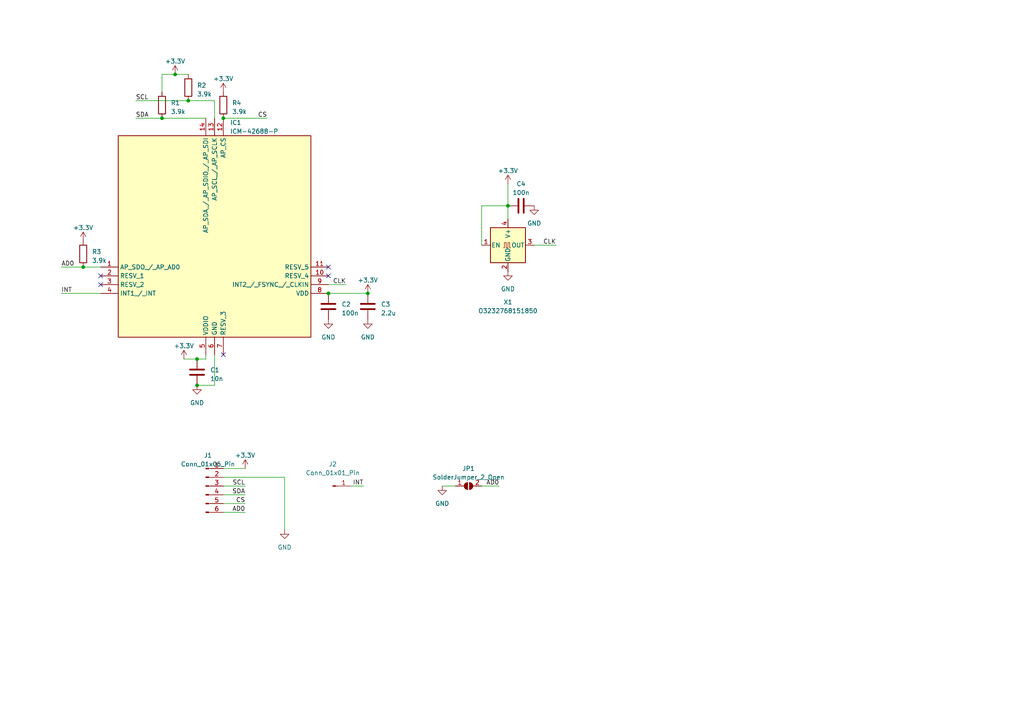
<source format=kicad_sch>
(kicad_sch
	(version 20231120)
	(generator "eeschema")
	(generator_version "8.0")
	(uuid "ce93d87a-8e58-42f0-b741-4f879a7da444")
	(paper "A4")
	(lib_symbols
		(symbol "Connector:Conn_01x01_Pin"
			(pin_names
				(offset 1.016) hide)
			(exclude_from_sim no)
			(in_bom yes)
			(on_board yes)
			(property "Reference" "J"
				(at 0 2.54 0)
				(effects
					(font
						(size 1.27 1.27)
					)
				)
			)
			(property "Value" "Conn_01x01_Pin"
				(at 0 -2.54 0)
				(effects
					(font
						(size 1.27 1.27)
					)
				)
			)
			(property "Footprint" ""
				(at 0 0 0)
				(effects
					(font
						(size 1.27 1.27)
					)
					(hide yes)
				)
			)
			(property "Datasheet" "~"
				(at 0 0 0)
				(effects
					(font
						(size 1.27 1.27)
					)
					(hide yes)
				)
			)
			(property "Description" "Generic connector, single row, 01x01, script generated"
				(at 0 0 0)
				(effects
					(font
						(size 1.27 1.27)
					)
					(hide yes)
				)
			)
			(property "ki_locked" ""
				(at 0 0 0)
				(effects
					(font
						(size 1.27 1.27)
					)
				)
			)
			(property "ki_keywords" "connector"
				(at 0 0 0)
				(effects
					(font
						(size 1.27 1.27)
					)
					(hide yes)
				)
			)
			(property "ki_fp_filters" "Connector*:*_1x??_*"
				(at 0 0 0)
				(effects
					(font
						(size 1.27 1.27)
					)
					(hide yes)
				)
			)
			(symbol "Conn_01x01_Pin_1_1"
				(polyline
					(pts
						(xy 1.27 0) (xy 0.8636 0)
					)
					(stroke
						(width 0.1524)
						(type default)
					)
					(fill
						(type none)
					)
				)
				(rectangle
					(start 0.8636 0.127)
					(end 0 -0.127)
					(stroke
						(width 0.1524)
						(type default)
					)
					(fill
						(type outline)
					)
				)
				(pin passive line
					(at 5.08 0 180)
					(length 3.81)
					(name "Pin_1"
						(effects
							(font
								(size 1.27 1.27)
							)
						)
					)
					(number "1"
						(effects
							(font
								(size 1.27 1.27)
							)
						)
					)
				)
			)
		)
		(symbol "Connector:Conn_01x06_Pin"
			(pin_names
				(offset 1.016) hide)
			(exclude_from_sim no)
			(in_bom yes)
			(on_board yes)
			(property "Reference" "J"
				(at 0 7.62 0)
				(effects
					(font
						(size 1.27 1.27)
					)
				)
			)
			(property "Value" "Conn_01x06_Pin"
				(at 0 -10.16 0)
				(effects
					(font
						(size 1.27 1.27)
					)
				)
			)
			(property "Footprint" ""
				(at 0 0 0)
				(effects
					(font
						(size 1.27 1.27)
					)
					(hide yes)
				)
			)
			(property "Datasheet" "~"
				(at 0 0 0)
				(effects
					(font
						(size 1.27 1.27)
					)
					(hide yes)
				)
			)
			(property "Description" "Generic connector, single row, 01x06, script generated"
				(at 0 0 0)
				(effects
					(font
						(size 1.27 1.27)
					)
					(hide yes)
				)
			)
			(property "ki_locked" ""
				(at 0 0 0)
				(effects
					(font
						(size 1.27 1.27)
					)
				)
			)
			(property "ki_keywords" "connector"
				(at 0 0 0)
				(effects
					(font
						(size 1.27 1.27)
					)
					(hide yes)
				)
			)
			(property "ki_fp_filters" "Connector*:*_1x??_*"
				(at 0 0 0)
				(effects
					(font
						(size 1.27 1.27)
					)
					(hide yes)
				)
			)
			(symbol "Conn_01x06_Pin_1_1"
				(polyline
					(pts
						(xy 1.27 -7.62) (xy 0.8636 -7.62)
					)
					(stroke
						(width 0.1524)
						(type default)
					)
					(fill
						(type none)
					)
				)
				(polyline
					(pts
						(xy 1.27 -5.08) (xy 0.8636 -5.08)
					)
					(stroke
						(width 0.1524)
						(type default)
					)
					(fill
						(type none)
					)
				)
				(polyline
					(pts
						(xy 1.27 -2.54) (xy 0.8636 -2.54)
					)
					(stroke
						(width 0.1524)
						(type default)
					)
					(fill
						(type none)
					)
				)
				(polyline
					(pts
						(xy 1.27 0) (xy 0.8636 0)
					)
					(stroke
						(width 0.1524)
						(type default)
					)
					(fill
						(type none)
					)
				)
				(polyline
					(pts
						(xy 1.27 2.54) (xy 0.8636 2.54)
					)
					(stroke
						(width 0.1524)
						(type default)
					)
					(fill
						(type none)
					)
				)
				(polyline
					(pts
						(xy 1.27 5.08) (xy 0.8636 5.08)
					)
					(stroke
						(width 0.1524)
						(type default)
					)
					(fill
						(type none)
					)
				)
				(rectangle
					(start 0.8636 -7.493)
					(end 0 -7.747)
					(stroke
						(width 0.1524)
						(type default)
					)
					(fill
						(type outline)
					)
				)
				(rectangle
					(start 0.8636 -4.953)
					(end 0 -5.207)
					(stroke
						(width 0.1524)
						(type default)
					)
					(fill
						(type outline)
					)
				)
				(rectangle
					(start 0.8636 -2.413)
					(end 0 -2.667)
					(stroke
						(width 0.1524)
						(type default)
					)
					(fill
						(type outline)
					)
				)
				(rectangle
					(start 0.8636 0.127)
					(end 0 -0.127)
					(stroke
						(width 0.1524)
						(type default)
					)
					(fill
						(type outline)
					)
				)
				(rectangle
					(start 0.8636 2.667)
					(end 0 2.413)
					(stroke
						(width 0.1524)
						(type default)
					)
					(fill
						(type outline)
					)
				)
				(rectangle
					(start 0.8636 5.207)
					(end 0 4.953)
					(stroke
						(width 0.1524)
						(type default)
					)
					(fill
						(type outline)
					)
				)
				(pin passive line
					(at 5.08 5.08 180)
					(length 3.81)
					(name "Pin_1"
						(effects
							(font
								(size 1.27 1.27)
							)
						)
					)
					(number "1"
						(effects
							(font
								(size 1.27 1.27)
							)
						)
					)
				)
				(pin passive line
					(at 5.08 2.54 180)
					(length 3.81)
					(name "Pin_2"
						(effects
							(font
								(size 1.27 1.27)
							)
						)
					)
					(number "2"
						(effects
							(font
								(size 1.27 1.27)
							)
						)
					)
				)
				(pin passive line
					(at 5.08 0 180)
					(length 3.81)
					(name "Pin_3"
						(effects
							(font
								(size 1.27 1.27)
							)
						)
					)
					(number "3"
						(effects
							(font
								(size 1.27 1.27)
							)
						)
					)
				)
				(pin passive line
					(at 5.08 -2.54 180)
					(length 3.81)
					(name "Pin_4"
						(effects
							(font
								(size 1.27 1.27)
							)
						)
					)
					(number "4"
						(effects
							(font
								(size 1.27 1.27)
							)
						)
					)
				)
				(pin passive line
					(at 5.08 -5.08 180)
					(length 3.81)
					(name "Pin_5"
						(effects
							(font
								(size 1.27 1.27)
							)
						)
					)
					(number "5"
						(effects
							(font
								(size 1.27 1.27)
							)
						)
					)
				)
				(pin passive line
					(at 5.08 -7.62 180)
					(length 3.81)
					(name "Pin_6"
						(effects
							(font
								(size 1.27 1.27)
							)
						)
					)
					(number "6"
						(effects
							(font
								(size 1.27 1.27)
							)
						)
					)
				)
			)
		)
		(symbol "Device:C"
			(pin_numbers hide)
			(pin_names
				(offset 0.254)
			)
			(exclude_from_sim no)
			(in_bom yes)
			(on_board yes)
			(property "Reference" "C"
				(at 0.635 2.54 0)
				(effects
					(font
						(size 1.27 1.27)
					)
					(justify left)
				)
			)
			(property "Value" "C"
				(at 0.635 -2.54 0)
				(effects
					(font
						(size 1.27 1.27)
					)
					(justify left)
				)
			)
			(property "Footprint" ""
				(at 0.9652 -3.81 0)
				(effects
					(font
						(size 1.27 1.27)
					)
					(hide yes)
				)
			)
			(property "Datasheet" "~"
				(at 0 0 0)
				(effects
					(font
						(size 1.27 1.27)
					)
					(hide yes)
				)
			)
			(property "Description" "Unpolarized capacitor"
				(at 0 0 0)
				(effects
					(font
						(size 1.27 1.27)
					)
					(hide yes)
				)
			)
			(property "ki_keywords" "cap capacitor"
				(at 0 0 0)
				(effects
					(font
						(size 1.27 1.27)
					)
					(hide yes)
				)
			)
			(property "ki_fp_filters" "C_*"
				(at 0 0 0)
				(effects
					(font
						(size 1.27 1.27)
					)
					(hide yes)
				)
			)
			(symbol "C_0_1"
				(polyline
					(pts
						(xy -2.032 -0.762) (xy 2.032 -0.762)
					)
					(stroke
						(width 0.508)
						(type default)
					)
					(fill
						(type none)
					)
				)
				(polyline
					(pts
						(xy -2.032 0.762) (xy 2.032 0.762)
					)
					(stroke
						(width 0.508)
						(type default)
					)
					(fill
						(type none)
					)
				)
			)
			(symbol "C_1_1"
				(pin passive line
					(at 0 3.81 270)
					(length 2.794)
					(name "~"
						(effects
							(font
								(size 1.27 1.27)
							)
						)
					)
					(number "1"
						(effects
							(font
								(size 1.27 1.27)
							)
						)
					)
				)
				(pin passive line
					(at 0 -3.81 90)
					(length 2.794)
					(name "~"
						(effects
							(font
								(size 1.27 1.27)
							)
						)
					)
					(number "2"
						(effects
							(font
								(size 1.27 1.27)
							)
						)
					)
				)
			)
		)
		(symbol "Device:R"
			(pin_numbers hide)
			(pin_names
				(offset 0)
			)
			(exclude_from_sim no)
			(in_bom yes)
			(on_board yes)
			(property "Reference" "R"
				(at 2.032 0 90)
				(effects
					(font
						(size 1.27 1.27)
					)
				)
			)
			(property "Value" "R"
				(at 0 0 90)
				(effects
					(font
						(size 1.27 1.27)
					)
				)
			)
			(property "Footprint" ""
				(at -1.778 0 90)
				(effects
					(font
						(size 1.27 1.27)
					)
					(hide yes)
				)
			)
			(property "Datasheet" "~"
				(at 0 0 0)
				(effects
					(font
						(size 1.27 1.27)
					)
					(hide yes)
				)
			)
			(property "Description" "Resistor"
				(at 0 0 0)
				(effects
					(font
						(size 1.27 1.27)
					)
					(hide yes)
				)
			)
			(property "ki_keywords" "R res resistor"
				(at 0 0 0)
				(effects
					(font
						(size 1.27 1.27)
					)
					(hide yes)
				)
			)
			(property "ki_fp_filters" "R_*"
				(at 0 0 0)
				(effects
					(font
						(size 1.27 1.27)
					)
					(hide yes)
				)
			)
			(symbol "R_0_1"
				(rectangle
					(start -1.016 -2.54)
					(end 1.016 2.54)
					(stroke
						(width 0.254)
						(type default)
					)
					(fill
						(type none)
					)
				)
			)
			(symbol "R_1_1"
				(pin passive line
					(at 0 3.81 270)
					(length 1.27)
					(name "~"
						(effects
							(font
								(size 1.27 1.27)
							)
						)
					)
					(number "1"
						(effects
							(font
								(size 1.27 1.27)
							)
						)
					)
				)
				(pin passive line
					(at 0 -3.81 90)
					(length 1.27)
					(name "~"
						(effects
							(font
								(size 1.27 1.27)
							)
						)
					)
					(number "2"
						(effects
							(font
								(size 1.27 1.27)
							)
						)
					)
				)
			)
		)
		(symbol "ICM-42688-P:ICM-42688-P"
			(exclude_from_sim no)
			(in_bom yes)
			(on_board yes)
			(property "Reference" "IC"
				(at 62.23 43.18 0)
				(effects
					(font
						(size 1.27 1.27)
					)
					(justify left top)
				)
			)
			(property "Value" "ICM-42688-P"
				(at 62.23 40.64 0)
				(effects
					(font
						(size 1.27 1.27)
					)
					(justify left top)
				)
			)
			(property "Footprint" "IIM42352"
				(at 62.23 -59.36 0)
				(effects
					(font
						(size 1.27 1.27)
					)
					(justify left top)
					(hide yes)
				)
			)
			(property "Datasheet" "https://3cfeqx1hf82y3xcoull08ihx-wpengine.netdna-ssl.com/wp-content/uploads/2021/06/DS-000347-ICM-42688-P-v1.5.pdf"
				(at 62.23 -159.36 0)
				(effects
					(font
						(size 1.27 1.27)
					)
					(justify left top)
					(hide yes)
				)
			)
			(property "Description" "IMU (Inertial Measurement Unit), 6-Axis, Accelerometer, Gyroscope"
				(at 0 0 0)
				(effects
					(font
						(size 1.27 1.27)
					)
					(hide yes)
				)
			)
			(property "Height" ""
				(at 62.23 -359.36 0)
				(effects
					(font
						(size 1.27 1.27)
					)
					(justify left top)
					(hide yes)
				)
			)
			(property "Mouser Part Number" "410-ICM-42688-P"
				(at 62.23 -459.36 0)
				(effects
					(font
						(size 1.27 1.27)
					)
					(justify left top)
					(hide yes)
				)
			)
			(property "Mouser Price/Stock" "https://www.mouser.co.uk/ProductDetail/TDK-InvenSense/ICM-42688-P?qs=OlC7AqGiEDk8QrNAV728zw%3D%3D"
				(at 62.23 -559.36 0)
				(effects
					(font
						(size 1.27 1.27)
					)
					(justify left top)
					(hide yes)
				)
			)
			(property "Manufacturer_Name" "TDK"
				(at 62.23 -659.36 0)
				(effects
					(font
						(size 1.27 1.27)
					)
					(justify left top)
					(hide yes)
				)
			)
			(property "Manufacturer_Part_Number" "ICM-42688-P"
				(at 62.23 -759.36 0)
				(effects
					(font
						(size 1.27 1.27)
					)
					(justify left top)
					(hide yes)
				)
			)
			(symbol "ICM-42688-P_1_1"
				(rectangle
					(start 5.08 38.1)
					(end 60.96 -20.32)
					(stroke
						(width 0.254)
						(type default)
					)
					(fill
						(type background)
					)
				)
				(pin passive line
					(at 0 0 0)
					(length 5.08)
					(name "AP_SDO_/_AP_AD0"
						(effects
							(font
								(size 1.27 1.27)
							)
						)
					)
					(number "1"
						(effects
							(font
								(size 1.27 1.27)
							)
						)
					)
				)
				(pin passive line
					(at 66.04 -2.54 180)
					(length 5.08)
					(name "RESV_4"
						(effects
							(font
								(size 1.27 1.27)
							)
						)
					)
					(number "10"
						(effects
							(font
								(size 1.27 1.27)
							)
						)
					)
				)
				(pin passive line
					(at 66.04 0 180)
					(length 5.08)
					(name "RESV_5"
						(effects
							(font
								(size 1.27 1.27)
							)
						)
					)
					(number "11"
						(effects
							(font
								(size 1.27 1.27)
							)
						)
					)
				)
				(pin passive line
					(at 35.56 43.18 270)
					(length 5.08)
					(name "AP_CS"
						(effects
							(font
								(size 1.27 1.27)
							)
						)
					)
					(number "12"
						(effects
							(font
								(size 1.27 1.27)
							)
						)
					)
				)
				(pin passive line
					(at 33.02 43.18 270)
					(length 5.08)
					(name "AP_SCL_/_AP_SCLK"
						(effects
							(font
								(size 1.27 1.27)
							)
						)
					)
					(number "13"
						(effects
							(font
								(size 1.27 1.27)
							)
						)
					)
				)
				(pin passive line
					(at 30.48 43.18 270)
					(length 5.08)
					(name "AP_SDA_/_AP_SDIO_/_AP_SDI"
						(effects
							(font
								(size 1.27 1.27)
							)
						)
					)
					(number "14"
						(effects
							(font
								(size 1.27 1.27)
							)
						)
					)
				)
				(pin passive line
					(at 0 -2.54 0)
					(length 5.08)
					(name "RESV_1"
						(effects
							(font
								(size 1.27 1.27)
							)
						)
					)
					(number "2"
						(effects
							(font
								(size 1.27 1.27)
							)
						)
					)
				)
				(pin passive line
					(at 0 -5.08 0)
					(length 5.08)
					(name "RESV_2"
						(effects
							(font
								(size 1.27 1.27)
							)
						)
					)
					(number "3"
						(effects
							(font
								(size 1.27 1.27)
							)
						)
					)
				)
				(pin passive line
					(at 0 -7.62 0)
					(length 5.08)
					(name "INT1_/_INT"
						(effects
							(font
								(size 1.27 1.27)
							)
						)
					)
					(number "4"
						(effects
							(font
								(size 1.27 1.27)
							)
						)
					)
				)
				(pin passive line
					(at 30.48 -25.4 90)
					(length 5.08)
					(name "VDDIO"
						(effects
							(font
								(size 1.27 1.27)
							)
						)
					)
					(number "5"
						(effects
							(font
								(size 1.27 1.27)
							)
						)
					)
				)
				(pin passive line
					(at 33.02 -25.4 90)
					(length 5.08)
					(name "GND"
						(effects
							(font
								(size 1.27 1.27)
							)
						)
					)
					(number "6"
						(effects
							(font
								(size 1.27 1.27)
							)
						)
					)
				)
				(pin passive line
					(at 35.56 -25.4 90)
					(length 5.08)
					(name "RESV_3"
						(effects
							(font
								(size 1.27 1.27)
							)
						)
					)
					(number "7"
						(effects
							(font
								(size 1.27 1.27)
							)
						)
					)
				)
				(pin passive line
					(at 66.04 -7.62 180)
					(length 5.08)
					(name "VDD"
						(effects
							(font
								(size 1.27 1.27)
							)
						)
					)
					(number "8"
						(effects
							(font
								(size 1.27 1.27)
							)
						)
					)
				)
				(pin passive line
					(at 66.04 -5.08 180)
					(length 5.08)
					(name "INT2_/_FSYNC_/_CLKIN"
						(effects
							(font
								(size 1.27 1.27)
							)
						)
					)
					(number "9"
						(effects
							(font
								(size 1.27 1.27)
							)
						)
					)
				)
			)
		)
		(symbol "Jumper:SolderJumper_2_Open"
			(pin_names
				(offset 0) hide)
			(exclude_from_sim no)
			(in_bom yes)
			(on_board yes)
			(property "Reference" "JP"
				(at 0 2.032 0)
				(effects
					(font
						(size 1.27 1.27)
					)
				)
			)
			(property "Value" "SolderJumper_2_Open"
				(at 0 -2.54 0)
				(effects
					(font
						(size 1.27 1.27)
					)
				)
			)
			(property "Footprint" ""
				(at 0 0 0)
				(effects
					(font
						(size 1.27 1.27)
					)
					(hide yes)
				)
			)
			(property "Datasheet" "~"
				(at 0 0 0)
				(effects
					(font
						(size 1.27 1.27)
					)
					(hide yes)
				)
			)
			(property "Description" "Solder Jumper, 2-pole, open"
				(at 0 0 0)
				(effects
					(font
						(size 1.27 1.27)
					)
					(hide yes)
				)
			)
			(property "ki_keywords" "solder jumper SPST"
				(at 0 0 0)
				(effects
					(font
						(size 1.27 1.27)
					)
					(hide yes)
				)
			)
			(property "ki_fp_filters" "SolderJumper*Open*"
				(at 0 0 0)
				(effects
					(font
						(size 1.27 1.27)
					)
					(hide yes)
				)
			)
			(symbol "SolderJumper_2_Open_0_1"
				(arc
					(start -0.254 1.016)
					(mid -1.2656 0)
					(end -0.254 -1.016)
					(stroke
						(width 0)
						(type default)
					)
					(fill
						(type none)
					)
				)
				(arc
					(start -0.254 1.016)
					(mid -1.2656 0)
					(end -0.254 -1.016)
					(stroke
						(width 0)
						(type default)
					)
					(fill
						(type outline)
					)
				)
				(polyline
					(pts
						(xy -0.254 1.016) (xy -0.254 -1.016)
					)
					(stroke
						(width 0)
						(type default)
					)
					(fill
						(type none)
					)
				)
				(polyline
					(pts
						(xy 0.254 1.016) (xy 0.254 -1.016)
					)
					(stroke
						(width 0)
						(type default)
					)
					(fill
						(type none)
					)
				)
				(arc
					(start 0.254 -1.016)
					(mid 1.2656 0)
					(end 0.254 1.016)
					(stroke
						(width 0)
						(type default)
					)
					(fill
						(type none)
					)
				)
				(arc
					(start 0.254 -1.016)
					(mid 1.2656 0)
					(end 0.254 1.016)
					(stroke
						(width 0)
						(type default)
					)
					(fill
						(type outline)
					)
				)
			)
			(symbol "SolderJumper_2_Open_1_1"
				(pin passive line
					(at -3.81 0 0)
					(length 2.54)
					(name "A"
						(effects
							(font
								(size 1.27 1.27)
							)
						)
					)
					(number "1"
						(effects
							(font
								(size 1.27 1.27)
							)
						)
					)
				)
				(pin passive line
					(at 3.81 0 180)
					(length 2.54)
					(name "B"
						(effects
							(font
								(size 1.27 1.27)
							)
						)
					)
					(number "2"
						(effects
							(font
								(size 1.27 1.27)
							)
						)
					)
				)
			)
		)
		(symbol "Oscillator:XO32"
			(pin_names
				(offset 0.254)
			)
			(exclude_from_sim no)
			(in_bom yes)
			(on_board yes)
			(property "Reference" "X"
				(at -5.08 6.35 0)
				(effects
					(font
						(size 1.27 1.27)
					)
					(justify left)
				)
			)
			(property "Value" "XO32"
				(at 1.27 -6.35 0)
				(effects
					(font
						(size 1.27 1.27)
					)
					(justify left)
				)
			)
			(property "Footprint" "Oscillator:Oscillator_SMD_EuroQuartz_XO32-4Pin_3.2x2.5mm"
				(at 17.78 -8.89 0)
				(effects
					(font
						(size 1.27 1.27)
					)
					(hide yes)
				)
			)
			(property "Datasheet" "http://cdn-reichelt.de/documents/datenblatt/B400/XO32.pdf"
				(at -2.54 0 0)
				(effects
					(font
						(size 1.27 1.27)
					)
					(hide yes)
				)
			)
			(property "Description" "HCMOS Clock Oscillator"
				(at 0 0 0)
				(effects
					(font
						(size 1.27 1.27)
					)
					(hide yes)
				)
			)
			(property "ki_keywords" "Crystal Clock Oscillator"
				(at 0 0 0)
				(effects
					(font
						(size 1.27 1.27)
					)
					(hide yes)
				)
			)
			(property "ki_fp_filters" "Oscillator*SMD*EuroQuartz*XO32*3.2x2.5mm*"
				(at 0 0 0)
				(effects
					(font
						(size 1.27 1.27)
					)
					(hide yes)
				)
			)
			(symbol "XO32_0_1"
				(rectangle
					(start -5.08 5.08)
					(end 5.08 -5.08)
					(stroke
						(width 0.254)
						(type default)
					)
					(fill
						(type background)
					)
				)
				(polyline
					(pts
						(xy -1.27 -0.762) (xy -1.016 -0.762) (xy -1.016 0.762) (xy -0.508 0.762) (xy -0.508 -0.762) (xy 0 -0.762)
						(xy 0 0.762) (xy 0.508 0.762) (xy 0.508 -0.762) (xy 0.762 -0.762)
					)
					(stroke
						(width 0)
						(type default)
					)
					(fill
						(type none)
					)
				)
			)
			(symbol "XO32_1_1"
				(pin input line
					(at -7.62 0 0)
					(length 2.54)
					(name "EN"
						(effects
							(font
								(size 1.27 1.27)
							)
						)
					)
					(number "1"
						(effects
							(font
								(size 1.27 1.27)
							)
						)
					)
				)
				(pin power_in line
					(at 0 -7.62 90)
					(length 2.54)
					(name "GND"
						(effects
							(font
								(size 1.27 1.27)
							)
						)
					)
					(number "2"
						(effects
							(font
								(size 1.27 1.27)
							)
						)
					)
				)
				(pin output line
					(at 7.62 0 180)
					(length 2.54)
					(name "OUT"
						(effects
							(font
								(size 1.27 1.27)
							)
						)
					)
					(number "3"
						(effects
							(font
								(size 1.27 1.27)
							)
						)
					)
				)
				(pin power_in line
					(at 0 7.62 270)
					(length 2.54)
					(name "V+"
						(effects
							(font
								(size 1.27 1.27)
							)
						)
					)
					(number "4"
						(effects
							(font
								(size 1.27 1.27)
							)
						)
					)
				)
			)
		)
		(symbol "power:+3.3V"
			(power)
			(pin_names
				(offset 0)
			)
			(exclude_from_sim no)
			(in_bom yes)
			(on_board yes)
			(property "Reference" "#PWR"
				(at 0 -3.81 0)
				(effects
					(font
						(size 1.27 1.27)
					)
					(hide yes)
				)
			)
			(property "Value" "+3.3V"
				(at 0 3.556 0)
				(effects
					(font
						(size 1.27 1.27)
					)
				)
			)
			(property "Footprint" ""
				(at 0 0 0)
				(effects
					(font
						(size 1.27 1.27)
					)
					(hide yes)
				)
			)
			(property "Datasheet" ""
				(at 0 0 0)
				(effects
					(font
						(size 1.27 1.27)
					)
					(hide yes)
				)
			)
			(property "Description" "Power symbol creates a global label with name \"+3.3V\""
				(at 0 0 0)
				(effects
					(font
						(size 1.27 1.27)
					)
					(hide yes)
				)
			)
			(property "ki_keywords" "global power"
				(at 0 0 0)
				(effects
					(font
						(size 1.27 1.27)
					)
					(hide yes)
				)
			)
			(symbol "+3.3V_0_1"
				(polyline
					(pts
						(xy -0.762 1.27) (xy 0 2.54)
					)
					(stroke
						(width 0)
						(type default)
					)
					(fill
						(type none)
					)
				)
				(polyline
					(pts
						(xy 0 0) (xy 0 2.54)
					)
					(stroke
						(width 0)
						(type default)
					)
					(fill
						(type none)
					)
				)
				(polyline
					(pts
						(xy 0 2.54) (xy 0.762 1.27)
					)
					(stroke
						(width 0)
						(type default)
					)
					(fill
						(type none)
					)
				)
			)
			(symbol "+3.3V_1_1"
				(pin power_in line
					(at 0 0 90)
					(length 0) hide
					(name "+3.3V"
						(effects
							(font
								(size 1.27 1.27)
							)
						)
					)
					(number "1"
						(effects
							(font
								(size 1.27 1.27)
							)
						)
					)
				)
			)
		)
		(symbol "power:GND"
			(power)
			(pin_names
				(offset 0)
			)
			(exclude_from_sim no)
			(in_bom yes)
			(on_board yes)
			(property "Reference" "#PWR"
				(at 0 -6.35 0)
				(effects
					(font
						(size 1.27 1.27)
					)
					(hide yes)
				)
			)
			(property "Value" "GND"
				(at 0 -3.81 0)
				(effects
					(font
						(size 1.27 1.27)
					)
				)
			)
			(property "Footprint" ""
				(at 0 0 0)
				(effects
					(font
						(size 1.27 1.27)
					)
					(hide yes)
				)
			)
			(property "Datasheet" ""
				(at 0 0 0)
				(effects
					(font
						(size 1.27 1.27)
					)
					(hide yes)
				)
			)
			(property "Description" "Power symbol creates a global label with name \"GND\" , ground"
				(at 0 0 0)
				(effects
					(font
						(size 1.27 1.27)
					)
					(hide yes)
				)
			)
			(property "ki_keywords" "global power"
				(at 0 0 0)
				(effects
					(font
						(size 1.27 1.27)
					)
					(hide yes)
				)
			)
			(symbol "GND_0_1"
				(polyline
					(pts
						(xy 0 0) (xy 0 -1.27) (xy 1.27 -1.27) (xy 0 -2.54) (xy -1.27 -1.27) (xy 0 -1.27)
					)
					(stroke
						(width 0)
						(type default)
					)
					(fill
						(type none)
					)
				)
			)
			(symbol "GND_1_1"
				(pin power_in line
					(at 0 0 270)
					(length 0) hide
					(name "GND"
						(effects
							(font
								(size 1.27 1.27)
							)
						)
					)
					(number "1"
						(effects
							(font
								(size 1.27 1.27)
							)
						)
					)
				)
			)
		)
	)
	(junction
		(at 57.15 104.14)
		(diameter 0)
		(color 0 0 0 0)
		(uuid "237fb6cb-597d-47b5-bfaa-4a63b6bce550")
	)
	(junction
		(at 64.77 34.29)
		(diameter 0)
		(color 0 0 0 0)
		(uuid "5f173784-9836-4da9-8835-65792ef8d80d")
	)
	(junction
		(at 50.8 21.59)
		(diameter 0)
		(color 0 0 0 0)
		(uuid "6dfd49ad-b4d1-4744-a56f-8922341c1c03")
	)
	(junction
		(at 54.61 29.21)
		(diameter 0)
		(color 0 0 0 0)
		(uuid "78ad2ac1-b6df-4e39-a33b-5bfdcae6838a")
	)
	(junction
		(at 95.25 85.09)
		(diameter 0)
		(color 0 0 0 0)
		(uuid "9f44154e-dbdb-46ba-b06a-5112195d5c41")
	)
	(junction
		(at 24.13 77.47)
		(diameter 0)
		(color 0 0 0 0)
		(uuid "aef71aee-6b89-4408-99b3-2dd83905c0c4")
	)
	(junction
		(at 147.32 59.69)
		(diameter 0)
		(color 0 0 0 0)
		(uuid "b6c3d921-fa0d-4be2-8521-e68d7f0133ce")
	)
	(junction
		(at 57.15 111.76)
		(diameter 0)
		(color 0 0 0 0)
		(uuid "d56c4e78-978c-4d87-9859-9f9f746968ac")
	)
	(junction
		(at 106.68 85.09)
		(diameter 0)
		(color 0 0 0 0)
		(uuid "e886c8cb-c58d-4f65-8e67-527165c1f7dc")
	)
	(junction
		(at 46.99 34.29)
		(diameter 0)
		(color 0 0 0 0)
		(uuid "ece2afe0-d4ec-47d2-880d-c077af802f79")
	)
	(no_connect
		(at 29.21 82.55)
		(uuid "2fee532a-7955-4823-a7b2-25bd2fd8a4d9")
	)
	(no_connect
		(at 64.77 102.87)
		(uuid "37e8d88b-51b1-4713-a56f-0d42f5206673")
	)
	(no_connect
		(at 95.25 77.47)
		(uuid "a2b8350c-8197-4ef5-8e7d-e3e8d51d4db4")
	)
	(no_connect
		(at 29.21 80.01)
		(uuid "babfd2cc-2161-4b2e-a63f-a4ffa2b308cf")
	)
	(no_connect
		(at 95.25 80.01)
		(uuid "e0d3e314-96c0-4f09-9407-73bf8ed1ffd0")
	)
	(wire
		(pts
			(xy 95.25 85.09) (xy 106.68 85.09)
		)
		(stroke
			(width 0)
			(type default)
		)
		(uuid "00dae07c-6d0c-483e-a1d7-f99a179a2a2a")
	)
	(wire
		(pts
			(xy 64.77 34.29) (xy 77.47 34.29)
		)
		(stroke
			(width 0)
			(type default)
		)
		(uuid "0b1276d2-f1ab-4e3f-9e7c-7c49782cc068")
	)
	(wire
		(pts
			(xy 24.13 77.47) (xy 29.21 77.47)
		)
		(stroke
			(width 0)
			(type default)
		)
		(uuid "0b15f2ce-336c-4e32-8870-c56225a0cd50")
	)
	(wire
		(pts
			(xy 50.8 21.59) (xy 54.61 21.59)
		)
		(stroke
			(width 0)
			(type default)
		)
		(uuid "0cd793e8-7320-4dfa-831a-519fe65f4e77")
	)
	(wire
		(pts
			(xy 59.69 104.14) (xy 57.15 104.14)
		)
		(stroke
			(width 0)
			(type default)
		)
		(uuid "103d9585-9a4f-48dd-9f92-a4049eccccbe")
	)
	(wire
		(pts
			(xy 62.23 102.87) (xy 62.23 111.76)
		)
		(stroke
			(width 0)
			(type default)
		)
		(uuid "11fd25e6-79c5-400b-96c9-352f7b746181")
	)
	(wire
		(pts
			(xy 64.77 146.05) (xy 71.12 146.05)
		)
		(stroke
			(width 0)
			(type default)
		)
		(uuid "1580bda8-8d6d-4d05-928e-b240c512ba87")
	)
	(wire
		(pts
			(xy 62.23 34.29) (xy 62.23 29.21)
		)
		(stroke
			(width 0)
			(type default)
		)
		(uuid "167f45f0-9e3d-408a-98da-7ff6acf096ac")
	)
	(wire
		(pts
			(xy 64.77 143.51) (xy 71.12 143.51)
		)
		(stroke
			(width 0)
			(type default)
		)
		(uuid "171144a1-7cb7-4f5f-8443-a183efd59162")
	)
	(wire
		(pts
			(xy 17.78 85.09) (xy 29.21 85.09)
		)
		(stroke
			(width 0)
			(type default)
		)
		(uuid "1eead39a-0087-47d8-9a37-28c69d9b5a42")
	)
	(wire
		(pts
			(xy 39.37 34.29) (xy 46.99 34.29)
		)
		(stroke
			(width 0)
			(type default)
		)
		(uuid "22db8a3e-e388-4b79-8157-e157c663eb53")
	)
	(wire
		(pts
			(xy 128.27 140.97) (xy 132.08 140.97)
		)
		(stroke
			(width 0)
			(type default)
		)
		(uuid "23f7d2de-9d67-400a-9720-6ac669a21a05")
	)
	(wire
		(pts
			(xy 46.99 21.59) (xy 50.8 21.59)
		)
		(stroke
			(width 0)
			(type default)
		)
		(uuid "370d8463-14d6-437f-889f-a39244e1df13")
	)
	(wire
		(pts
			(xy 147.32 59.69) (xy 139.7 59.69)
		)
		(stroke
			(width 0)
			(type default)
		)
		(uuid "4a3b5318-30be-4182-9774-8a199188f52f")
	)
	(wire
		(pts
			(xy 17.78 77.47) (xy 24.13 77.47)
		)
		(stroke
			(width 0)
			(type default)
		)
		(uuid "596604bb-04a2-43a9-91b4-136f9334ca8c")
	)
	(wire
		(pts
			(xy 71.12 140.97) (xy 64.77 140.97)
		)
		(stroke
			(width 0)
			(type default)
		)
		(uuid "5cea8176-95f9-47ce-a6ff-21934d73f198")
	)
	(wire
		(pts
			(xy 154.94 71.12) (xy 161.29 71.12)
		)
		(stroke
			(width 0)
			(type default)
		)
		(uuid "71746e2c-b60f-481a-80c8-019bf1b8453e")
	)
	(wire
		(pts
			(xy 105.41 140.97) (xy 101.6 140.97)
		)
		(stroke
			(width 0)
			(type default)
		)
		(uuid "78a700e6-1cd7-4e4b-aadc-872ee816b6b2")
	)
	(wire
		(pts
			(xy 46.99 34.29) (xy 59.69 34.29)
		)
		(stroke
			(width 0)
			(type default)
		)
		(uuid "85ef5174-b287-4c81-aa80-22f785b1809d")
	)
	(wire
		(pts
			(xy 95.25 82.55) (xy 100.33 82.55)
		)
		(stroke
			(width 0)
			(type default)
		)
		(uuid "881017eb-1423-4782-9cdf-4864ea010dac")
	)
	(wire
		(pts
			(xy 59.69 102.87) (xy 59.69 104.14)
		)
		(stroke
			(width 0)
			(type default)
		)
		(uuid "8eec3aab-f017-4a2a-9eff-ac79725e555d")
	)
	(wire
		(pts
			(xy 62.23 29.21) (xy 54.61 29.21)
		)
		(stroke
			(width 0)
			(type default)
		)
		(uuid "9e5de169-74df-400c-9331-499522200461")
	)
	(wire
		(pts
			(xy 46.99 26.67) (xy 46.99 21.59)
		)
		(stroke
			(width 0)
			(type default)
		)
		(uuid "9f11bb57-3f75-423d-851f-f70ef55afc2d")
	)
	(wire
		(pts
			(xy 57.15 104.14) (xy 53.34 104.14)
		)
		(stroke
			(width 0)
			(type default)
		)
		(uuid "a8663941-c9b4-4350-87e2-19ee8aa1e9d1")
	)
	(wire
		(pts
			(xy 147.32 59.69) (xy 147.32 63.5)
		)
		(stroke
			(width 0)
			(type default)
		)
		(uuid "afe75b8e-53ef-4a9f-a1ec-bb2b01a8cc8b")
	)
	(wire
		(pts
			(xy 144.78 140.97) (xy 139.7 140.97)
		)
		(stroke
			(width 0)
			(type default)
		)
		(uuid "b3e1fb5a-c401-4a45-bca7-b4fa9178a640")
	)
	(wire
		(pts
			(xy 71.12 148.59) (xy 64.77 148.59)
		)
		(stroke
			(width 0)
			(type default)
		)
		(uuid "ba1389c5-c87d-4328-b843-fc48a070841f")
	)
	(wire
		(pts
			(xy 54.61 29.21) (xy 39.37 29.21)
		)
		(stroke
			(width 0)
			(type default)
		)
		(uuid "be9f3d60-fe98-4595-9f34-f22003ca5700")
	)
	(wire
		(pts
			(xy 64.77 138.43) (xy 82.55 138.43)
		)
		(stroke
			(width 0)
			(type default)
		)
		(uuid "beaed568-34fe-44d3-b699-ed658305ddad")
	)
	(wire
		(pts
			(xy 139.7 59.69) (xy 139.7 71.12)
		)
		(stroke
			(width 0)
			(type default)
		)
		(uuid "cda60baf-00ef-4b42-960b-522a625152dc")
	)
	(wire
		(pts
			(xy 82.55 138.43) (xy 82.55 153.67)
		)
		(stroke
			(width 0)
			(type default)
		)
		(uuid "d3807168-1f87-4df1-a87d-3734a93aa7bd")
	)
	(wire
		(pts
			(xy 62.23 111.76) (xy 57.15 111.76)
		)
		(stroke
			(width 0)
			(type default)
		)
		(uuid "e25d8593-83bc-49ad-ac92-121b4d2a482b")
	)
	(wire
		(pts
			(xy 147.32 53.34) (xy 147.32 59.69)
		)
		(stroke
			(width 0)
			(type default)
		)
		(uuid "ed6d4a54-7d2e-4b89-9442-5b6ea92cde8a")
	)
	(wire
		(pts
			(xy 64.77 135.89) (xy 71.12 135.89)
		)
		(stroke
			(width 0)
			(type default)
		)
		(uuid "faf387d0-8c8e-478a-ac30-d72d4e23e95b")
	)
	(label "SDA"
		(at 71.12 143.51 180)
		(fields_autoplaced yes)
		(effects
			(font
				(size 1.27 1.27)
			)
			(justify right bottom)
		)
		(uuid "026c2132-6d52-4adc-824f-11d7effbfbf3")
	)
	(label "CS"
		(at 77.47 34.29 180)
		(fields_autoplaced yes)
		(effects
			(font
				(size 1.27 1.27)
			)
			(justify right bottom)
		)
		(uuid "0fbdf825-3b7b-4615-8e73-3a4382cd9c0e")
	)
	(label "AD0"
		(at 144.78 140.97 180)
		(fields_autoplaced yes)
		(effects
			(font
				(size 1.27 1.27)
			)
			(justify right bottom)
		)
		(uuid "10f2b9bb-f5ab-4508-a568-b2124a9967c7")
	)
	(label "INT"
		(at 17.78 85.09 0)
		(fields_autoplaced yes)
		(effects
			(font
				(size 1.27 1.27)
			)
			(justify left bottom)
		)
		(uuid "1d30af9d-7cec-46cc-9e1b-289c0326eca1")
	)
	(label "CS"
		(at 71.12 146.05 180)
		(fields_autoplaced yes)
		(effects
			(font
				(size 1.27 1.27)
			)
			(justify right bottom)
		)
		(uuid "21b53f96-0bdc-4bad-bbea-5bcb900e3786")
	)
	(label "INT"
		(at 105.41 140.97 180)
		(fields_autoplaced yes)
		(effects
			(font
				(size 1.27 1.27)
			)
			(justify right bottom)
		)
		(uuid "65dfcb1b-ded4-4669-982f-5f8c680cb583")
	)
	(label "AD0"
		(at 71.12 148.59 180)
		(fields_autoplaced yes)
		(effects
			(font
				(size 1.27 1.27)
			)
			(justify right bottom)
		)
		(uuid "6766cc1a-9960-4fee-bd2a-8dce2e35f145")
	)
	(label "SCL"
		(at 71.12 140.97 180)
		(fields_autoplaced yes)
		(effects
			(font
				(size 1.27 1.27)
			)
			(justify right bottom)
		)
		(uuid "71428c45-2e18-4b87-abc0-1d1baf9f9557")
	)
	(label "SDA"
		(at 39.37 34.29 0)
		(fields_autoplaced yes)
		(effects
			(font
				(size 1.27 1.27)
			)
			(justify left bottom)
		)
		(uuid "9528cbf8-348c-41a5-9392-661f17791868")
	)
	(label "CLK"
		(at 161.29 71.12 180)
		(fields_autoplaced yes)
		(effects
			(font
				(size 1.27 1.27)
			)
			(justify right bottom)
		)
		(uuid "972354c6-05bd-4530-b1eb-4b5b1cf35fe6")
	)
	(label "CLK"
		(at 100.33 82.55 180)
		(fields_autoplaced yes)
		(effects
			(font
				(size 1.27 1.27)
			)
			(justify right bottom)
		)
		(uuid "c6b2d1be-7075-4a80-83a2-e868d04e21df")
	)
	(label "AD0"
		(at 17.78 77.47 0)
		(fields_autoplaced yes)
		(effects
			(font
				(size 1.27 1.27)
			)
			(justify left bottom)
		)
		(uuid "d01cb8e4-569d-4bf3-a7b3-0b9b9950f540")
	)
	(label "SCL"
		(at 39.37 29.21 0)
		(fields_autoplaced yes)
		(effects
			(font
				(size 1.27 1.27)
			)
			(justify left bottom)
		)
		(uuid "d03075cf-1152-469c-ac01-af9d49cc229c")
	)
	(symbol
		(lib_id "power:GND")
		(at 95.25 92.71 0)
		(unit 1)
		(exclude_from_sim no)
		(in_bom yes)
		(on_board yes)
		(dnp no)
		(fields_autoplaced yes)
		(uuid "0554f677-73b5-45db-8ea1-c6101b989003")
		(property "Reference" "#PWR05"
			(at 95.25 99.06 0)
			(effects
				(font
					(size 1.27 1.27)
				)
				(hide yes)
			)
		)
		(property "Value" "GND"
			(at 95.25 97.79 0)
			(effects
				(font
					(size 1.27 1.27)
				)
			)
		)
		(property "Footprint" ""
			(at 95.25 92.71 0)
			(effects
				(font
					(size 1.27 1.27)
				)
				(hide yes)
			)
		)
		(property "Datasheet" ""
			(at 95.25 92.71 0)
			(effects
				(font
					(size 1.27 1.27)
				)
				(hide yes)
			)
		)
		(property "Description" ""
			(at 95.25 92.71 0)
			(effects
				(font
					(size 1.27 1.27)
				)
				(hide yes)
			)
		)
		(pin "1"
			(uuid "f769d1c1-99cc-401c-8b46-3ccc8c978eb2")
		)
		(instances
			(project "42688-p-module"
				(path "/ce93d87a-8e58-42f0-b741-4f879a7da444"
					(reference "#PWR05")
					(unit 1)
				)
			)
		)
	)
	(symbol
		(lib_id "Connector:Conn_01x06_Pin")
		(at 59.69 140.97 0)
		(unit 1)
		(exclude_from_sim yes)
		(in_bom no)
		(on_board yes)
		(dnp no)
		(fields_autoplaced yes)
		(uuid "061850d0-7193-4d2c-abca-b5ba1981d7fe")
		(property "Reference" "J1"
			(at 60.325 132.08 0)
			(effects
				(font
					(size 1.27 1.27)
				)
			)
		)
		(property "Value" "Conn_01x06_Pin"
			(at 60.325 134.62 0)
			(effects
				(font
					(size 1.27 1.27)
				)
			)
		)
		(property "Footprint" "Connector_PinHeader_2.54mm:PinHeader_1x06_P2.54mm_Vertical"
			(at 59.69 140.97 0)
			(effects
				(font
					(size 1.27 1.27)
				)
				(hide yes)
			)
		)
		(property "Datasheet" "~"
			(at 59.69 140.97 0)
			(effects
				(font
					(size 1.27 1.27)
				)
				(hide yes)
			)
		)
		(property "Description" ""
			(at 59.69 140.97 0)
			(effects
				(font
					(size 1.27 1.27)
				)
				(hide yes)
			)
		)
		(pin "1"
			(uuid "cb0e5d61-9510-4cfe-822e-1ac8ca2c9a26")
		)
		(pin "2"
			(uuid "a2d7aeeb-5424-464c-aefa-dad6e04c35fe")
		)
		(pin "3"
			(uuid "f55129c1-f12e-480e-ac6c-6c5cf844d069")
		)
		(pin "4"
			(uuid "384b9ae1-24ba-4f01-8888-5f0a724b2e6f")
		)
		(pin "5"
			(uuid "e8b5355c-cc2c-4aaf-b363-9ed84ba8f28a")
		)
		(pin "6"
			(uuid "719aa9f1-5fbb-48d3-ae82-f9dc79ffd3b0")
		)
		(instances
			(project "42688-p-module"
				(path "/ce93d87a-8e58-42f0-b741-4f879a7da444"
					(reference "J1")
					(unit 1)
				)
			)
		)
	)
	(symbol
		(lib_id "Device:C")
		(at 106.68 88.9 0)
		(unit 1)
		(exclude_from_sim no)
		(in_bom yes)
		(on_board yes)
		(dnp no)
		(fields_autoplaced yes)
		(uuid "066d647f-5b68-487a-b9c9-95e3188a6f59")
		(property "Reference" "C3"
			(at 110.49 88.265 0)
			(effects
				(font
					(size 1.27 1.27)
				)
				(justify left)
			)
		)
		(property "Value" "2.2u"
			(at 110.49 90.805 0)
			(effects
				(font
					(size 1.27 1.27)
				)
				(justify left)
			)
		)
		(property "Footprint" "Capacitor_SMD:C_0603_1608Metric"
			(at 107.6452 92.71 0)
			(effects
				(font
					(size 1.27 1.27)
				)
				(hide yes)
			)
		)
		(property "Datasheet" "~"
			(at 106.68 88.9 0)
			(effects
				(font
					(size 1.27 1.27)
				)
				(hide yes)
			)
		)
		(property "Description" ""
			(at 106.68 88.9 0)
			(effects
				(font
					(size 1.27 1.27)
				)
				(hide yes)
			)
		)
		(pin "1"
			(uuid "6c08dcb9-3a9b-4f0f-a4ff-41a9d6421482")
		)
		(pin "2"
			(uuid "dff9ca4d-0692-47a7-af89-a9edc2c2c129")
		)
		(instances
			(project "42688-p-module"
				(path "/ce93d87a-8e58-42f0-b741-4f879a7da444"
					(reference "C3")
					(unit 1)
				)
			)
		)
	)
	(symbol
		(lib_id "Device:C")
		(at 57.15 107.95 0)
		(unit 1)
		(exclude_from_sim no)
		(in_bom yes)
		(on_board yes)
		(dnp no)
		(fields_autoplaced yes)
		(uuid "08e8f682-fee0-46f7-89ad-07ddd56e71ab")
		(property "Reference" "C1"
			(at 60.96 107.315 0)
			(effects
				(font
					(size 1.27 1.27)
				)
				(justify left)
			)
		)
		(property "Value" "10n"
			(at 60.96 109.855 0)
			(effects
				(font
					(size 1.27 1.27)
				)
				(justify left)
			)
		)
		(property "Footprint" "Capacitor_SMD:C_0402_1005Metric"
			(at 58.1152 111.76 0)
			(effects
				(font
					(size 1.27 1.27)
				)
				(hide yes)
			)
		)
		(property "Datasheet" "~"
			(at 57.15 107.95 0)
			(effects
				(font
					(size 1.27 1.27)
				)
				(hide yes)
			)
		)
		(property "Description" ""
			(at 57.15 107.95 0)
			(effects
				(font
					(size 1.27 1.27)
				)
				(hide yes)
			)
		)
		(pin "1"
			(uuid "1f68b774-22db-46e7-a230-4ba0de257eaa")
		)
		(pin "2"
			(uuid "761579d0-ad41-4988-b008-7d3302534e21")
		)
		(instances
			(project "42688-p-module"
				(path "/ce93d87a-8e58-42f0-b741-4f879a7da444"
					(reference "C1")
					(unit 1)
				)
			)
		)
	)
	(symbol
		(lib_id "Device:C")
		(at 95.25 88.9 0)
		(unit 1)
		(exclude_from_sim no)
		(in_bom yes)
		(on_board yes)
		(dnp no)
		(fields_autoplaced yes)
		(uuid "1c5ce324-f61a-4f76-b015-ff73a204438f")
		(property "Reference" "C2"
			(at 99.06 88.265 0)
			(effects
				(font
					(size 1.27 1.27)
				)
				(justify left)
			)
		)
		(property "Value" "100n"
			(at 99.06 90.805 0)
			(effects
				(font
					(size 1.27 1.27)
				)
				(justify left)
			)
		)
		(property "Footprint" "Capacitor_SMD:C_0402_1005Metric"
			(at 96.2152 92.71 0)
			(effects
				(font
					(size 1.27 1.27)
				)
				(hide yes)
			)
		)
		(property "Datasheet" "~"
			(at 95.25 88.9 0)
			(effects
				(font
					(size 1.27 1.27)
				)
				(hide yes)
			)
		)
		(property "Description" ""
			(at 95.25 88.9 0)
			(effects
				(font
					(size 1.27 1.27)
				)
				(hide yes)
			)
		)
		(pin "1"
			(uuid "69e9ef29-7dba-47df-9cad-0c57a2906676")
		)
		(pin "2"
			(uuid "a8053fd6-63f1-4e80-8bc5-f4d98814e360")
		)
		(instances
			(project "42688-p-module"
				(path "/ce93d87a-8e58-42f0-b741-4f879a7da444"
					(reference "C2")
					(unit 1)
				)
			)
		)
	)
	(symbol
		(lib_id "power:+3.3V")
		(at 53.34 104.14 0)
		(unit 1)
		(exclude_from_sim no)
		(in_bom yes)
		(on_board yes)
		(dnp no)
		(fields_autoplaced yes)
		(uuid "232deab1-aafb-41b1-90a5-5c205ef04506")
		(property "Reference" "#PWR02"
			(at 53.34 107.95 0)
			(effects
				(font
					(size 1.27 1.27)
				)
				(hide yes)
			)
		)
		(property "Value" "+3.3V"
			(at 53.34 100.33 0)
			(effects
				(font
					(size 1.27 1.27)
				)
			)
		)
		(property "Footprint" ""
			(at 53.34 104.14 0)
			(effects
				(font
					(size 1.27 1.27)
				)
				(hide yes)
			)
		)
		(property "Datasheet" ""
			(at 53.34 104.14 0)
			(effects
				(font
					(size 1.27 1.27)
				)
				(hide yes)
			)
		)
		(property "Description" ""
			(at 53.34 104.14 0)
			(effects
				(font
					(size 1.27 1.27)
				)
				(hide yes)
			)
		)
		(pin "1"
			(uuid "cf85a2fe-39b7-4a60-a81a-eed005793bfa")
		)
		(instances
			(project "42688-p-module"
				(path "/ce93d87a-8e58-42f0-b741-4f879a7da444"
					(reference "#PWR02")
					(unit 1)
				)
			)
		)
	)
	(symbol
		(lib_id "ICM-42688-P:ICM-42688-P")
		(at 29.21 77.47 0)
		(unit 1)
		(exclude_from_sim no)
		(in_bom yes)
		(on_board yes)
		(dnp no)
		(fields_autoplaced yes)
		(uuid "2a19ab5d-c52f-419c-af74-1f4011f12c39")
		(property "Reference" "IC1"
			(at 66.7259 35.56 0)
			(effects
				(font
					(size 1.27 1.27)
				)
				(justify left)
			)
		)
		(property "Value" "ICM-42688-P"
			(at 66.7259 38.1 0)
			(effects
				(font
					(size 1.27 1.27)
				)
				(justify left)
			)
		)
		(property "Footprint" "42688:IIM42352"
			(at 91.44 136.83 0)
			(effects
				(font
					(size 1.27 1.27)
				)
				(justify left top)
				(hide yes)
			)
		)
		(property "Datasheet" "https://3cfeqx1hf82y3xcoull08ihx-wpengine.netdna-ssl.com/wp-content/uploads/2021/06/DS-000347-ICM-42688-P-v1.5.pdf"
			(at 91.44 236.83 0)
			(effects
				(font
					(size 1.27 1.27)
				)
				(justify left top)
				(hide yes)
			)
		)
		(property "Description" ""
			(at 29.21 77.47 0)
			(effects
				(font
					(size 1.27 1.27)
				)
				(hide yes)
			)
		)
		(property "Height" ""
			(at 91.44 436.83 0)
			(effects
				(font
					(size 1.27 1.27)
				)
				(justify left top)
				(hide yes)
			)
		)
		(property "Mouser Part Number" "410-ICM-42688-P"
			(at 91.44 536.83 0)
			(effects
				(font
					(size 1.27 1.27)
				)
				(justify left top)
				(hide yes)
			)
		)
		(property "Mouser Price/Stock" "https://www.mouser.co.uk/ProductDetail/TDK-InvenSense/ICM-42688-P?qs=OlC7AqGiEDk8QrNAV728zw%3D%3D"
			(at 91.44 636.83 0)
			(effects
				(font
					(size 1.27 1.27)
				)
				(justify left top)
				(hide yes)
			)
		)
		(property "Manufacturer_Name" "TDK"
			(at 91.44 736.83 0)
			(effects
				(font
					(size 1.27 1.27)
				)
				(justify left top)
				(hide yes)
			)
		)
		(property "Manufacturer_Part_Number" "ICM-42688-P"
			(at 91.44 836.83 0)
			(effects
				(font
					(size 1.27 1.27)
				)
				(justify left top)
				(hide yes)
			)
		)
		(pin "1"
			(uuid "59b017cf-9c64-4b72-84e4-237a34e7e01e")
		)
		(pin "10"
			(uuid "b13a955c-bec6-4d3e-abc3-c407f9a6606b")
		)
		(pin "11"
			(uuid "e87c5b06-e403-4768-9c09-34461b431551")
		)
		(pin "12"
			(uuid "2412f4fd-5ec3-48a8-81bc-3d0478f90fab")
		)
		(pin "13"
			(uuid "0085fdb2-ef4b-4c50-ad92-229df7af02fb")
		)
		(pin "14"
			(uuid "69ac816b-ca95-4a35-a3f2-8a09bd3dfa84")
		)
		(pin "2"
			(uuid "3e4c157e-008a-41b6-a53e-73217049574b")
		)
		(pin "3"
			(uuid "d2e93e58-7b58-46fb-b2bb-a9dd1459aa75")
		)
		(pin "4"
			(uuid "3b248d72-bf3d-4ada-822d-45373984998b")
		)
		(pin "5"
			(uuid "ccfb361e-d752-42de-8401-4724de49d6ac")
		)
		(pin "6"
			(uuid "af8d6c58-6b39-47fb-b1e5-b80b18f4c6eb")
		)
		(pin "7"
			(uuid "098de872-521f-4efe-8838-2f355cc84131")
		)
		(pin "8"
			(uuid "a8e0b282-b2af-4572-8169-df1a35e13316")
		)
		(pin "9"
			(uuid "38be19f2-f8bc-4606-85b7-72702c2f1dd1")
		)
		(instances
			(project "42688-p-module"
				(path "/ce93d87a-8e58-42f0-b741-4f879a7da444"
					(reference "IC1")
					(unit 1)
				)
			)
		)
	)
	(symbol
		(lib_id "Oscillator:XO32")
		(at 147.32 71.12 0)
		(unit 1)
		(exclude_from_sim no)
		(in_bom yes)
		(on_board yes)
		(dnp no)
		(uuid "2aa070cc-c653-4ff7-ad63-954161400393")
		(property "Reference" "X1"
			(at 147.32 87.63 0)
			(effects
				(font
					(size 1.27 1.27)
				)
			)
		)
		(property "Value" "O3232768151850"
			(at 147.32 90.17 0)
			(effects
				(font
					(size 1.27 1.27)
				)
			)
		)
		(property "Footprint" "Oscillator:Oscillator_SMD_EuroQuartz_XO32-4Pin_3.2x2.5mm"
			(at 165.1 80.01 0)
			(effects
				(font
					(size 1.27 1.27)
				)
				(hide yes)
			)
		)
		(property "Datasheet" "https://www.lcsc.com/product-detail/Oscillators_JGHC-O3232768151850_C390802.html"
			(at 144.78 71.12 0)
			(effects
				(font
					(size 1.27 1.27)
				)
				(hide yes)
			)
		)
		(property "Description" ""
			(at 147.32 71.12 0)
			(effects
				(font
					(size 1.27 1.27)
				)
				(hide yes)
			)
		)
		(property "LCSC Part" "C390802"
			(at 147.32 71.12 0)
			(effects
				(font
					(size 1.27 1.27)
				)
				(hide yes)
			)
		)
		(pin "1"
			(uuid "d17ddb02-d0f3-4818-9489-8528caa612ef")
		)
		(pin "2"
			(uuid "8081cfaf-9236-4968-b8aa-51ccc4e981b8")
		)
		(pin "3"
			(uuid "504adac2-f2ae-4113-98e0-971f3af8e14f")
		)
		(pin "4"
			(uuid "6de7bf8c-1a0f-4933-a7a8-77871cd5033e")
		)
		(instances
			(project "42688-p-module"
				(path "/ce93d87a-8e58-42f0-b741-4f879a7da444"
					(reference "X1")
					(unit 1)
				)
			)
		)
	)
	(symbol
		(lib_id "power:+3.3V")
		(at 50.8 21.59 0)
		(unit 1)
		(exclude_from_sim no)
		(in_bom yes)
		(on_board yes)
		(dnp no)
		(fields_autoplaced yes)
		(uuid "334cbed5-0c5b-4f51-a44f-67b8001c8123")
		(property "Reference" "#PWR07"
			(at 50.8 25.4 0)
			(effects
				(font
					(size 1.27 1.27)
				)
				(hide yes)
			)
		)
		(property "Value" "+3.3V"
			(at 50.8 17.78 0)
			(effects
				(font
					(size 1.27 1.27)
				)
			)
		)
		(property "Footprint" ""
			(at 50.8 21.59 0)
			(effects
				(font
					(size 1.27 1.27)
				)
				(hide yes)
			)
		)
		(property "Datasheet" ""
			(at 50.8 21.59 0)
			(effects
				(font
					(size 1.27 1.27)
				)
				(hide yes)
			)
		)
		(property "Description" ""
			(at 50.8 21.59 0)
			(effects
				(font
					(size 1.27 1.27)
				)
				(hide yes)
			)
		)
		(pin "1"
			(uuid "38b36e5d-f00c-41c1-89cb-2bba23f3e95c")
		)
		(instances
			(project "42688-p-module"
				(path "/ce93d87a-8e58-42f0-b741-4f879a7da444"
					(reference "#PWR07")
					(unit 1)
				)
			)
		)
	)
	(symbol
		(lib_id "Jumper:SolderJumper_2_Open")
		(at 135.89 140.97 0)
		(unit 1)
		(exclude_from_sim no)
		(in_bom yes)
		(on_board yes)
		(dnp no)
		(fields_autoplaced yes)
		(uuid "34e36e24-21fa-4c1b-b100-58b3c0179ad4")
		(property "Reference" "JP1"
			(at 135.89 135.89 0)
			(effects
				(font
					(size 1.27 1.27)
				)
			)
		)
		(property "Value" "SolderJumper_2_Open"
			(at 135.89 138.43 0)
			(effects
				(font
					(size 1.27 1.27)
				)
			)
		)
		(property "Footprint" "Jumper:SolderJumper-2_P1.3mm_Open_TrianglePad1.0x1.5mm"
			(at 135.89 140.97 0)
			(effects
				(font
					(size 1.27 1.27)
				)
				(hide yes)
			)
		)
		(property "Datasheet" "~"
			(at 135.89 140.97 0)
			(effects
				(font
					(size 1.27 1.27)
				)
				(hide yes)
			)
		)
		(property "Description" ""
			(at 135.89 140.97 0)
			(effects
				(font
					(size 1.27 1.27)
				)
				(hide yes)
			)
		)
		(pin "1"
			(uuid "bea6cf7f-048c-422d-901e-173755eab5f8")
		)
		(pin "2"
			(uuid "9a6dc394-6ffa-492b-9128-5f32ab3dc439")
		)
		(instances
			(project "42688-p-module"
				(path "/ce93d87a-8e58-42f0-b741-4f879a7da444"
					(reference "JP1")
					(unit 1)
				)
			)
		)
	)
	(symbol
		(lib_id "Device:C")
		(at 151.13 59.69 90)
		(unit 1)
		(exclude_from_sim no)
		(in_bom yes)
		(on_board yes)
		(dnp no)
		(fields_autoplaced yes)
		(uuid "377bb6f3-62c6-41fc-8d55-83bc91f0b8f0")
		(property "Reference" "C4"
			(at 151.13 53.34 90)
			(effects
				(font
					(size 1.27 1.27)
				)
			)
		)
		(property "Value" "100n"
			(at 151.13 55.88 90)
			(effects
				(font
					(size 1.27 1.27)
				)
			)
		)
		(property "Footprint" "Capacitor_SMD:C_0402_1005Metric"
			(at 154.94 58.7248 0)
			(effects
				(font
					(size 1.27 1.27)
				)
				(hide yes)
			)
		)
		(property "Datasheet" "~"
			(at 151.13 59.69 0)
			(effects
				(font
					(size 1.27 1.27)
				)
				(hide yes)
			)
		)
		(property "Description" ""
			(at 151.13 59.69 0)
			(effects
				(font
					(size 1.27 1.27)
				)
				(hide yes)
			)
		)
		(pin "1"
			(uuid "b67316e5-4265-47cf-a845-5d76c15f376f")
		)
		(pin "2"
			(uuid "59790cb7-226c-4ac6-ad68-e05ede7fcdad")
		)
		(instances
			(project "42688-p-module"
				(path "/ce93d87a-8e58-42f0-b741-4f879a7da444"
					(reference "C4")
					(unit 1)
				)
			)
		)
	)
	(symbol
		(lib_id "Device:R")
		(at 64.77 30.48 0)
		(unit 1)
		(exclude_from_sim no)
		(in_bom yes)
		(on_board yes)
		(dnp no)
		(fields_autoplaced yes)
		(uuid "50d1b913-4ef0-4cf2-a02d-e0c6acef5a25")
		(property "Reference" "R4"
			(at 67.31 29.845 0)
			(effects
				(font
					(size 1.27 1.27)
				)
				(justify left)
			)
		)
		(property "Value" "3.9k"
			(at 67.31 32.385 0)
			(effects
				(font
					(size 1.27 1.27)
				)
				(justify left)
			)
		)
		(property "Footprint" "Resistor_SMD:R_0402_1005Metric"
			(at 62.992 30.48 90)
			(effects
				(font
					(size 1.27 1.27)
				)
				(hide yes)
			)
		)
		(property "Datasheet" "~"
			(at 64.77 30.48 0)
			(effects
				(font
					(size 1.27 1.27)
				)
				(hide yes)
			)
		)
		(property "Description" ""
			(at 64.77 30.48 0)
			(effects
				(font
					(size 1.27 1.27)
				)
				(hide yes)
			)
		)
		(pin "1"
			(uuid "8450574f-4291-4e4d-8184-d21a5fd4e0e5")
		)
		(pin "2"
			(uuid "c21a8859-56e6-425f-92e4-305ef91b3b7b")
		)
		(instances
			(project "42688-p-module"
				(path "/ce93d87a-8e58-42f0-b741-4f879a7da444"
					(reference "R4")
					(unit 1)
				)
			)
		)
	)
	(symbol
		(lib_id "power:+3.3V")
		(at 64.77 26.67 0)
		(unit 1)
		(exclude_from_sim no)
		(in_bom yes)
		(on_board yes)
		(dnp no)
		(fields_autoplaced yes)
		(uuid "510a6413-be65-4391-92ed-ed817a6a91dd")
		(property "Reference" "#PWR01"
			(at 64.77 30.48 0)
			(effects
				(font
					(size 1.27 1.27)
				)
				(hide yes)
			)
		)
		(property "Value" "+3.3V"
			(at 64.77 22.86 0)
			(effects
				(font
					(size 1.27 1.27)
				)
			)
		)
		(property "Footprint" ""
			(at 64.77 26.67 0)
			(effects
				(font
					(size 1.27 1.27)
				)
				(hide yes)
			)
		)
		(property "Datasheet" ""
			(at 64.77 26.67 0)
			(effects
				(font
					(size 1.27 1.27)
				)
				(hide yes)
			)
		)
		(property "Description" ""
			(at 64.77 26.67 0)
			(effects
				(font
					(size 1.27 1.27)
				)
				(hide yes)
			)
		)
		(pin "1"
			(uuid "b36b0a79-f84e-4792-a3d9-979c6508f8be")
		)
		(instances
			(project "42688-p-module"
				(path "/ce93d87a-8e58-42f0-b741-4f879a7da444"
					(reference "#PWR01")
					(unit 1)
				)
			)
		)
	)
	(symbol
		(lib_id "Device:R")
		(at 24.13 73.66 0)
		(unit 1)
		(exclude_from_sim no)
		(in_bom yes)
		(on_board yes)
		(dnp no)
		(fields_autoplaced yes)
		(uuid "5d64a62c-fdd2-48b9-8232-41f4581b440a")
		(property "Reference" "R3"
			(at 26.67 73.025 0)
			(effects
				(font
					(size 1.27 1.27)
				)
				(justify left)
			)
		)
		(property "Value" "3.9k"
			(at 26.67 75.565 0)
			(effects
				(font
					(size 1.27 1.27)
				)
				(justify left)
			)
		)
		(property "Footprint" "Resistor_SMD:R_0402_1005Metric"
			(at 22.352 73.66 90)
			(effects
				(font
					(size 1.27 1.27)
				)
				(hide yes)
			)
		)
		(property "Datasheet" "~"
			(at 24.13 73.66 0)
			(effects
				(font
					(size 1.27 1.27)
				)
				(hide yes)
			)
		)
		(property "Description" ""
			(at 24.13 73.66 0)
			(effects
				(font
					(size 1.27 1.27)
				)
				(hide yes)
			)
		)
		(pin "1"
			(uuid "f13b1e5f-16b9-4d80-91b9-8920827e721c")
		)
		(pin "2"
			(uuid "2ddccce3-c278-461c-8fb6-28e1c7a69bed")
		)
		(instances
			(project "42688-p-module"
				(path "/ce93d87a-8e58-42f0-b741-4f879a7da444"
					(reference "R3")
					(unit 1)
				)
			)
		)
	)
	(symbol
		(lib_id "power:+3.3V")
		(at 71.12 135.89 0)
		(unit 1)
		(exclude_from_sim no)
		(in_bom yes)
		(on_board yes)
		(dnp no)
		(fields_autoplaced yes)
		(uuid "66bba5ee-2467-4c70-a3cd-12027d08883f")
		(property "Reference" "#PWR015"
			(at 71.12 139.7 0)
			(effects
				(font
					(size 1.27 1.27)
				)
				(hide yes)
			)
		)
		(property "Value" "+3.3V"
			(at 71.12 132.08 0)
			(effects
				(font
					(size 1.27 1.27)
				)
			)
		)
		(property "Footprint" ""
			(at 71.12 135.89 0)
			(effects
				(font
					(size 1.27 1.27)
				)
				(hide yes)
			)
		)
		(property "Datasheet" ""
			(at 71.12 135.89 0)
			(effects
				(font
					(size 1.27 1.27)
				)
				(hide yes)
			)
		)
		(property "Description" ""
			(at 71.12 135.89 0)
			(effects
				(font
					(size 1.27 1.27)
				)
				(hide yes)
			)
		)
		(pin "1"
			(uuid "2f82a678-9f37-4384-9622-f9e61dcbe5a1")
		)
		(instances
			(project "42688-p-module"
				(path "/ce93d87a-8e58-42f0-b741-4f879a7da444"
					(reference "#PWR015")
					(unit 1)
				)
			)
		)
	)
	(symbol
		(lib_id "power:+3.3V")
		(at 147.32 53.34 0)
		(unit 1)
		(exclude_from_sim no)
		(in_bom yes)
		(on_board yes)
		(dnp no)
		(fields_autoplaced yes)
		(uuid "7013233a-d5cc-45b7-b8d1-8fd2586df184")
		(property "Reference" "#PWR08"
			(at 147.32 57.15 0)
			(effects
				(font
					(size 1.27 1.27)
				)
				(hide yes)
			)
		)
		(property "Value" "+3.3V"
			(at 147.32 49.53 0)
			(effects
				(font
					(size 1.27 1.27)
				)
			)
		)
		(property "Footprint" ""
			(at 147.32 53.34 0)
			(effects
				(font
					(size 1.27 1.27)
				)
				(hide yes)
			)
		)
		(property "Datasheet" ""
			(at 147.32 53.34 0)
			(effects
				(font
					(size 1.27 1.27)
				)
				(hide yes)
			)
		)
		(property "Description" ""
			(at 147.32 53.34 0)
			(effects
				(font
					(size 1.27 1.27)
				)
				(hide yes)
			)
		)
		(pin "1"
			(uuid "abcfb93d-7cb0-40a4-b8dc-7aab625f70ca")
		)
		(instances
			(project "42688-p-module"
				(path "/ce93d87a-8e58-42f0-b741-4f879a7da444"
					(reference "#PWR08")
					(unit 1)
				)
			)
		)
	)
	(symbol
		(lib_id "Connector:Conn_01x01_Pin")
		(at 96.52 140.97 0)
		(unit 1)
		(exclude_from_sim yes)
		(in_bom no)
		(on_board yes)
		(dnp no)
		(uuid "728eed39-18af-42ef-9c1b-cb987e4ec38d")
		(property "Reference" "J2"
			(at 96.52 134.62 0)
			(effects
				(font
					(size 1.27 1.27)
				)
			)
		)
		(property "Value" "Conn_01x01_Pin"
			(at 96.52 137.16 0)
			(effects
				(font
					(size 1.27 1.27)
				)
			)
		)
		(property "Footprint" "Connector_PinHeader_2.54mm:PinHeader_1x01_P2.54mm_Vertical"
			(at 96.52 140.97 0)
			(effects
				(font
					(size 1.27 1.27)
				)
				(hide yes)
			)
		)
		(property "Datasheet" "~"
			(at 96.52 140.97 0)
			(effects
				(font
					(size 1.27 1.27)
				)
				(hide yes)
			)
		)
		(property "Description" ""
			(at 96.52 140.97 0)
			(effects
				(font
					(size 1.27 1.27)
				)
				(hide yes)
			)
		)
		(pin "1"
			(uuid "0b4999a7-7682-4e23-861f-4dd95e07523f")
		)
		(instances
			(project "42688-p-module"
				(path "/ce93d87a-8e58-42f0-b741-4f879a7da444"
					(reference "J2")
					(unit 1)
				)
			)
		)
	)
	(symbol
		(lib_id "power:+3.3V")
		(at 106.68 85.09 0)
		(unit 1)
		(exclude_from_sim no)
		(in_bom yes)
		(on_board yes)
		(dnp no)
		(fields_autoplaced yes)
		(uuid "73c1891b-bd9d-4864-a785-280b6960a889")
		(property "Reference" "#PWR04"
			(at 106.68 88.9 0)
			(effects
				(font
					(size 1.27 1.27)
				)
				(hide yes)
			)
		)
		(property "Value" "+3.3V"
			(at 106.68 81.28 0)
			(effects
				(font
					(size 1.27 1.27)
				)
			)
		)
		(property "Footprint" ""
			(at 106.68 85.09 0)
			(effects
				(font
					(size 1.27 1.27)
				)
				(hide yes)
			)
		)
		(property "Datasheet" ""
			(at 106.68 85.09 0)
			(effects
				(font
					(size 1.27 1.27)
				)
				(hide yes)
			)
		)
		(property "Description" ""
			(at 106.68 85.09 0)
			(effects
				(font
					(size 1.27 1.27)
				)
				(hide yes)
			)
		)
		(pin "1"
			(uuid "043a4d2e-1fee-41c0-83f9-b9d789141a77")
		)
		(instances
			(project "42688-p-module"
				(path "/ce93d87a-8e58-42f0-b741-4f879a7da444"
					(reference "#PWR04")
					(unit 1)
				)
			)
		)
	)
	(symbol
		(lib_id "power:GND")
		(at 106.68 92.71 0)
		(unit 1)
		(exclude_from_sim no)
		(in_bom yes)
		(on_board yes)
		(dnp no)
		(fields_autoplaced yes)
		(uuid "763f6c56-bef6-4212-96f6-646ae31b6020")
		(property "Reference" "#PWR06"
			(at 106.68 99.06 0)
			(effects
				(font
					(size 1.27 1.27)
				)
				(hide yes)
			)
		)
		(property "Value" "GND"
			(at 106.68 97.79 0)
			(effects
				(font
					(size 1.27 1.27)
				)
			)
		)
		(property "Footprint" ""
			(at 106.68 92.71 0)
			(effects
				(font
					(size 1.27 1.27)
				)
				(hide yes)
			)
		)
		(property "Datasheet" ""
			(at 106.68 92.71 0)
			(effects
				(font
					(size 1.27 1.27)
				)
				(hide yes)
			)
		)
		(property "Description" ""
			(at 106.68 92.71 0)
			(effects
				(font
					(size 1.27 1.27)
				)
				(hide yes)
			)
		)
		(pin "1"
			(uuid "d9b7c0f8-3e36-4f69-80f2-555dfa8a039b")
		)
		(instances
			(project "42688-p-module"
				(path "/ce93d87a-8e58-42f0-b741-4f879a7da444"
					(reference "#PWR06")
					(unit 1)
				)
			)
		)
	)
	(symbol
		(lib_id "power:GND")
		(at 154.94 59.69 0)
		(unit 1)
		(exclude_from_sim no)
		(in_bom yes)
		(on_board yes)
		(dnp no)
		(fields_autoplaced yes)
		(uuid "9a925f4f-f02b-4547-b4d5-7d18f1692115")
		(property "Reference" "#PWR09"
			(at 154.94 66.04 0)
			(effects
				(font
					(size 1.27 1.27)
				)
				(hide yes)
			)
		)
		(property "Value" "GND"
			(at 154.94 64.77 0)
			(effects
				(font
					(size 1.27 1.27)
				)
			)
		)
		(property "Footprint" ""
			(at 154.94 59.69 0)
			(effects
				(font
					(size 1.27 1.27)
				)
				(hide yes)
			)
		)
		(property "Datasheet" ""
			(at 154.94 59.69 0)
			(effects
				(font
					(size 1.27 1.27)
				)
				(hide yes)
			)
		)
		(property "Description" ""
			(at 154.94 59.69 0)
			(effects
				(font
					(size 1.27 1.27)
				)
				(hide yes)
			)
		)
		(pin "1"
			(uuid "827745c0-4b53-46f2-9ae1-4f2393f08c68")
		)
		(instances
			(project "42688-p-module"
				(path "/ce93d87a-8e58-42f0-b741-4f879a7da444"
					(reference "#PWR09")
					(unit 1)
				)
			)
		)
	)
	(symbol
		(lib_id "Device:R")
		(at 46.99 30.48 0)
		(unit 1)
		(exclude_from_sim no)
		(in_bom yes)
		(on_board yes)
		(dnp no)
		(fields_autoplaced yes)
		(uuid "a48919e9-6058-4780-9382-bedc34fd6d1a")
		(property "Reference" "R1"
			(at 49.53 29.845 0)
			(effects
				(font
					(size 1.27 1.27)
				)
				(justify left)
			)
		)
		(property "Value" "3.9k"
			(at 49.53 32.385 0)
			(effects
				(font
					(size 1.27 1.27)
				)
				(justify left)
			)
		)
		(property "Footprint" "Resistor_SMD:R_0402_1005Metric"
			(at 45.212 30.48 90)
			(effects
				(font
					(size 1.27 1.27)
				)
				(hide yes)
			)
		)
		(property "Datasheet" "~"
			(at 46.99 30.48 0)
			(effects
				(font
					(size 1.27 1.27)
				)
				(hide yes)
			)
		)
		(property "Description" ""
			(at 46.99 30.48 0)
			(effects
				(font
					(size 1.27 1.27)
				)
				(hide yes)
			)
		)
		(pin "1"
			(uuid "59ef8eaa-b3f4-4423-bfaa-9b0f2ee8233d")
		)
		(pin "2"
			(uuid "afa7b05a-2ded-4fee-8e55-3ab2dc421e59")
		)
		(instances
			(project "42688-p-module"
				(path "/ce93d87a-8e58-42f0-b741-4f879a7da444"
					(reference "R1")
					(unit 1)
				)
			)
		)
	)
	(symbol
		(lib_id "power:GND")
		(at 57.15 111.76 0)
		(unit 1)
		(exclude_from_sim no)
		(in_bom yes)
		(on_board yes)
		(dnp no)
		(fields_autoplaced yes)
		(uuid "a9b40258-b7c7-4c61-9004-d53253dcad1c")
		(property "Reference" "#PWR03"
			(at 57.15 118.11 0)
			(effects
				(font
					(size 1.27 1.27)
				)
				(hide yes)
			)
		)
		(property "Value" "GND"
			(at 57.15 116.84 0)
			(effects
				(font
					(size 1.27 1.27)
				)
			)
		)
		(property "Footprint" ""
			(at 57.15 111.76 0)
			(effects
				(font
					(size 1.27 1.27)
				)
				(hide yes)
			)
		)
		(property "Datasheet" ""
			(at 57.15 111.76 0)
			(effects
				(font
					(size 1.27 1.27)
				)
				(hide yes)
			)
		)
		(property "Description" ""
			(at 57.15 111.76 0)
			(effects
				(font
					(size 1.27 1.27)
				)
				(hide yes)
			)
		)
		(pin "1"
			(uuid "c0de8dc6-e2eb-4dc0-a3f2-29858c9739d9")
		)
		(instances
			(project "42688-p-module"
				(path "/ce93d87a-8e58-42f0-b741-4f879a7da444"
					(reference "#PWR03")
					(unit 1)
				)
			)
		)
	)
	(symbol
		(lib_id "power:GND")
		(at 147.32 78.74 0)
		(unit 1)
		(exclude_from_sim no)
		(in_bom yes)
		(on_board yes)
		(dnp no)
		(fields_autoplaced yes)
		(uuid "c2145ae2-920d-4be0-bf09-b67ea2de4231")
		(property "Reference" "#PWR010"
			(at 147.32 85.09 0)
			(effects
				(font
					(size 1.27 1.27)
				)
				(hide yes)
			)
		)
		(property "Value" "GND"
			(at 147.32 83.82 0)
			(effects
				(font
					(size 1.27 1.27)
				)
			)
		)
		(property "Footprint" ""
			(at 147.32 78.74 0)
			(effects
				(font
					(size 1.27 1.27)
				)
				(hide yes)
			)
		)
		(property "Datasheet" ""
			(at 147.32 78.74 0)
			(effects
				(font
					(size 1.27 1.27)
				)
				(hide yes)
			)
		)
		(property "Description" ""
			(at 147.32 78.74 0)
			(effects
				(font
					(size 1.27 1.27)
				)
				(hide yes)
			)
		)
		(pin "1"
			(uuid "46b9ec75-b727-4ece-919f-5722365d7a3e")
		)
		(instances
			(project "42688-p-module"
				(path "/ce93d87a-8e58-42f0-b741-4f879a7da444"
					(reference "#PWR010")
					(unit 1)
				)
			)
		)
	)
	(symbol
		(lib_id "Device:R")
		(at 54.61 25.4 0)
		(unit 1)
		(exclude_from_sim no)
		(in_bom yes)
		(on_board yes)
		(dnp no)
		(fields_autoplaced yes)
		(uuid "cf6c8408-666d-4578-ad72-52060b701bd9")
		(property "Reference" "R2"
			(at 57.15 24.765 0)
			(effects
				(font
					(size 1.27 1.27)
				)
				(justify left)
			)
		)
		(property "Value" "3.9k"
			(at 57.15 27.305 0)
			(effects
				(font
					(size 1.27 1.27)
				)
				(justify left)
			)
		)
		(property "Footprint" "Resistor_SMD:R_0402_1005Metric"
			(at 52.832 25.4 90)
			(effects
				(font
					(size 1.27 1.27)
				)
				(hide yes)
			)
		)
		(property "Datasheet" "~"
			(at 54.61 25.4 0)
			(effects
				(font
					(size 1.27 1.27)
				)
				(hide yes)
			)
		)
		(property "Description" ""
			(at 54.61 25.4 0)
			(effects
				(font
					(size 1.27 1.27)
				)
				(hide yes)
			)
		)
		(pin "1"
			(uuid "0af63b02-8ef3-490d-8026-a23be92705c9")
		)
		(pin "2"
			(uuid "469941ea-af2d-45a6-93dc-15aea5a08139")
		)
		(instances
			(project "42688-p-module"
				(path "/ce93d87a-8e58-42f0-b741-4f879a7da444"
					(reference "R2")
					(unit 1)
				)
			)
		)
	)
	(symbol
		(lib_id "power:GND")
		(at 128.27 140.97 0)
		(unit 1)
		(exclude_from_sim no)
		(in_bom yes)
		(on_board yes)
		(dnp no)
		(fields_autoplaced yes)
		(uuid "e872ceaf-0670-46e9-bee9-87eab19740ab")
		(property "Reference" "#PWR018"
			(at 128.27 147.32 0)
			(effects
				(font
					(size 1.27 1.27)
				)
				(hide yes)
			)
		)
		(property "Value" "GND"
			(at 128.27 146.05 0)
			(effects
				(font
					(size 1.27 1.27)
				)
			)
		)
		(property "Footprint" ""
			(at 128.27 140.97 0)
			(effects
				(font
					(size 1.27 1.27)
				)
				(hide yes)
			)
		)
		(property "Datasheet" ""
			(at 128.27 140.97 0)
			(effects
				(font
					(size 1.27 1.27)
				)
				(hide yes)
			)
		)
		(property "Description" ""
			(at 128.27 140.97 0)
			(effects
				(font
					(size 1.27 1.27)
				)
				(hide yes)
			)
		)
		(pin "1"
			(uuid "44808785-3b8d-4cef-bffd-a30739875cd5")
		)
		(instances
			(project "42688-p-module"
				(path "/ce93d87a-8e58-42f0-b741-4f879a7da444"
					(reference "#PWR018")
					(unit 1)
				)
			)
		)
	)
	(symbol
		(lib_id "power:GND")
		(at 82.55 153.67 0)
		(unit 1)
		(exclude_from_sim no)
		(in_bom yes)
		(on_board yes)
		(dnp no)
		(fields_autoplaced yes)
		(uuid "f9dae6d8-78d8-493c-b1c3-c28dd485b072")
		(property "Reference" "#PWR016"
			(at 82.55 160.02 0)
			(effects
				(font
					(size 1.27 1.27)
				)
				(hide yes)
			)
		)
		(property "Value" "GND"
			(at 82.55 158.75 0)
			(effects
				(font
					(size 1.27 1.27)
				)
			)
		)
		(property "Footprint" ""
			(at 82.55 153.67 0)
			(effects
				(font
					(size 1.27 1.27)
				)
				(hide yes)
			)
		)
		(property "Datasheet" ""
			(at 82.55 153.67 0)
			(effects
				(font
					(size 1.27 1.27)
				)
				(hide yes)
			)
		)
		(property "Description" ""
			(at 82.55 153.67 0)
			(effects
				(font
					(size 1.27 1.27)
				)
				(hide yes)
			)
		)
		(pin "1"
			(uuid "2823f23c-dbbe-4c1f-a743-0297299943c9")
		)
		(instances
			(project "42688-p-module"
				(path "/ce93d87a-8e58-42f0-b741-4f879a7da444"
					(reference "#PWR016")
					(unit 1)
				)
			)
		)
	)
	(symbol
		(lib_id "power:+3.3V")
		(at 24.13 69.85 0)
		(unit 1)
		(exclude_from_sim no)
		(in_bom yes)
		(on_board yes)
		(dnp no)
		(fields_autoplaced yes)
		(uuid "ff317d78-8f04-4e52-9a19-945a12568ba0")
		(property "Reference" "#PWR017"
			(at 24.13 73.66 0)
			(effects
				(font
					(size 1.27 1.27)
				)
				(hide yes)
			)
		)
		(property "Value" "+3.3V"
			(at 24.13 66.04 0)
			(effects
				(font
					(size 1.27 1.27)
				)
			)
		)
		(property "Footprint" ""
			(at 24.13 69.85 0)
			(effects
				(font
					(size 1.27 1.27)
				)
				(hide yes)
			)
		)
		(property "Datasheet" ""
			(at 24.13 69.85 0)
			(effects
				(font
					(size 1.27 1.27)
				)
				(hide yes)
			)
		)
		(property "Description" ""
			(at 24.13 69.85 0)
			(effects
				(font
					(size 1.27 1.27)
				)
				(hide yes)
			)
		)
		(pin "1"
			(uuid "d8b8142b-bb7a-463d-a0aa-2477d2806060")
		)
		(instances
			(project "42688-p-module"
				(path "/ce93d87a-8e58-42f0-b741-4f879a7da444"
					(reference "#PWR017")
					(unit 1)
				)
			)
		)
	)
	(sheet_instances
		(path "/"
			(page "1")
		)
	)
)
</source>
